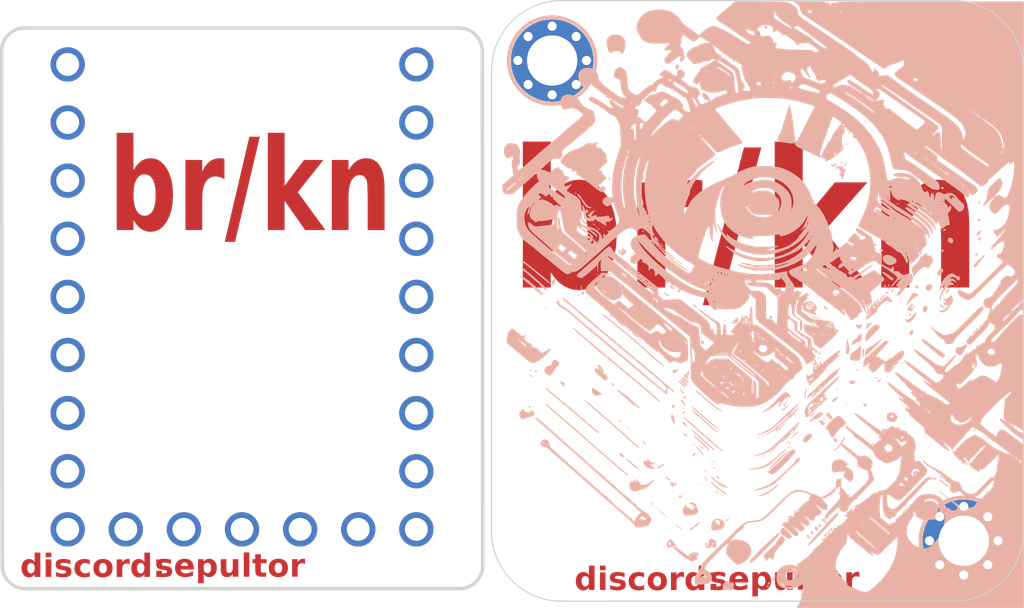
<source format=kicad_pcb>
(kicad_pcb (version 20221018) (generator pcbnew)
  (layers (0 "F.Cu" signal) (31 "B.Cu" signal) (34 "B.Paste" user) (35 "F.Paste" user) (36 "B.SilkS" user "B.Silkscreen") (37 "F.SilkS" user "F.Silkscreen") (38 "B.Mask" user) (39 "F.Mask" user) (44 "Edge.Cuts" user))
  (net 0 "")
  (footprint "miketronic_fplib:MB_rp2040-zero-001_cover" (layer "F.Cu") (at 109.48 75.94)
    (fp_text reference "U1" hide)
    (fp_text value "rpzero_cover" hide)
    (fp_text user "br/kn" (at -5.83 -2.24 unlocked) (layer "F.Cu") (effects (font (size 4 3) (thickness 0.75) bold) (justify left bottom)))
    (fp_text user "discord: " (at -9.7 12.41 unlocked) (layer "F.Cu") (effects (font (thickness 0.25) bold) (justify left bottom)))
    (fp_text user "sepultor" (at -3.82 12.4 unlocked) (layer "F.Cu") (effects (font (thickness 0.25) bold) (justify left bottom)))
    (fp_line (start -10.48 11.75) (end -10.502893 -10.752893) (stroke (width 0.15)) (layer "Edge.Cuts"))
    (fp_line (start -9.48 12.75) (end 9.52 12.75) (stroke (width 0.15)) (layer "Edge.Cuts"))
    (fp_line (start 9.51 -11.75) (end -9.502893 -11.752893) (stroke (width 0.15)) (layer "Edge.Cuts"))
    (fp_line (start 10.500049 -10.75) (end 10.52 11.75) (stroke (width 0.15)) (layer "Edge.Cuts"))
    (fp_arc (start -10.502893 -10.752893) (mid -10.21 -11.46) (end -9.502893 -11.752893) (stroke (width 0.15)) (layer "Edge.Cuts"))
    (fp_arc (start -9.48 12.75) (mid -10.187106 12.457106) (end -10.48 11.75) (stroke (width 0.15)) (layer "Edge.Cuts"))
    (fp_arc (start 9.51 -11.749999) (mid 10.210668 -11.453597) (end 10.500049 -10.75) (stroke (width 0.15)) (layer "Edge.Cuts"))
    (fp_arc (start 10.52 11.75) (mid 10.227107 12.457107) (end 9.52 12.75) (stroke (width 0.15)) (layer "Edge.Cuts"))
    (pad "" thru_hole circle (at -7.62 -10.16) (size 1.5 1.5) (drill 1) (layers "*.Cu" "*.Mask"))
    (pad "" thru_hole circle (at -7.62 -7.62) (size 1.5 1.5) (drill 1) (layers "*.Cu" "*.Mask"))
    (pad "" thru_hole circle (at -7.62 -5.08) (size 1.5 1.5) (drill 1) (layers "*.Cu" "*.Mask"))
    (pad "" thru_hole circle (at -7.62 -2.54) (size 1.5 1.5) (drill 1) (layers "*.Cu" "*.Mask"))
    (pad "" thru_hole circle (at -7.62 0) (size 1.5 1.5) (drill 1) (layers "*.Cu" "*.Mask"))
    (pad "" thru_hole circle (at -7.62 2.54) (size 1.5 1.5) (drill 1) (layers "*.Cu" "*.Mask"))
    (pad "" thru_hole circle (at -7.62 5.08) (size 1.5 1.5) (drill 1) (layers "*.Cu" "*.Mask"))
    (pad "" thru_hole circle (at -7.62 7.62) (size 1.5 1.5) (drill 1) (layers "*.Cu" "*.Mask"))
    (pad "" thru_hole circle (at -7.62 10.16) (size 1.5 1.5) (drill 1) (layers "*.Cu" "*.Mask"))
    (pad "" thru_hole circle (at -5.08 10.16) (size 1.5 1.5) (drill 1) (layers "*.Cu" "*.Mask"))
    (pad "" thru_hole circle (at -2.54 10.16) (size 1.5 1.5) (drill 1) (layers "*.Cu" "*.Mask"))
    (pad "" thru_hole circle (at 0 10.16) (size 1.5 1.5) (drill 1) (layers "*.Cu" "*.Mask"))
    (pad "" thru_hole circle (at 2.54 10.16) (size 1.5 1.5) (drill 1) (layers "*.Cu" "*.Mask"))
    (pad "" thru_hole circle (at 5.08 10.16) (size 1.5 1.5) (drill 1) (layers "*.Cu" "*.Mask"))
    (pad "" thru_hole circle (at 7.62 -10.16) (size 1.5 1.5) (drill 1) (layers "*.Cu" "*.Mask"))
    (pad "" thru_hole circle (at 7.62 -7.62) (size 1.5 1.5) (drill 1) (layers "*.Cu" "*.Mask"))
    (pad "" thru_hole circle (at 7.62 -5.08) (size 1.5 1.5) (drill 1) (layers "*.Cu" "*.Mask"))
    (pad "" thru_hole circle (at 7.62 -2.54) (size 1.5 1.5) (drill 1) (layers "*.Cu" "*.Mask"))
    (pad "" thru_hole circle (at 7.62 0) (size 1.5 1.5) (drill 1) (layers "*.Cu" "*.Mask"))
    (pad "" thru_hole circle (at 7.62 2.54) (size 1.5 1.5) (drill 1) (layers "*.Cu" "*.Mask"))
    (pad "" thru_hole circle (at 7.62 5.08) (size 1.5 1.5) (drill 1) (layers "*.Cu" "*.Mask"))
    (pad "" thru_hole circle (at 7.62 7.62) (size 1.5 1.5) (drill 1) (layers "*.Cu" "*.Mask"))
    (pad "" thru_hole circle (at 7.62 10.16) (size 1.5 1.5) (drill 1) (layers "*.Cu" "*.Mask"))
  )
  (footprint "miketronic_fplib:MB_PMW3360_COVER_01" (layer "F.Cu") (at 132.475 76.05)
    (fp_text reference "Cover" hide)
    (fp_text value "PMW_Cover" hide)
    (fp_text user "br/kn" (at -11.31 0.5 unlocked) (layer "F.Cu") (effects (font (size 6 5) (thickness 0.3) bold) (justify left bottom)))
    (fp_text user "sepultor" (at -2.59 12.86 unlocked) (layer "F.Cu") (effects (font (thickness 0.25) bold) (justify left bottom)))
    (fp_text user "discord: " (at -8.47 12.87 unlocked) (layer "F.Cu") (effects (font (thickness 0.25) bold) (justify left bottom)))
    (fp_line (start -12.09 10.09) (end -12.090263 -10.040004) (stroke (width 0.05)) (layer "Edge.Cuts"))
    (fp_line (start -8.99 -13.06) (end 8.14 -13.06) (stroke (width 0.05)) (layer "Edge.Cuts"))
    (fp_line (start 8.059737 13.19) (end -9.070004 13.190263) (stroke (width 0.05)) (layer "Edge.Cuts"))
    (fp_line (start 11.159996 -9.959737) (end 11.16 10.170004) (stroke (width 0.05)) (layer "Edge.Cuts"))
    (fp_arc (start -12.090263 -10.040004) (mid -11.165631 -12.192126) (end -8.99 -13.06) (stroke (width 0.05)) (layer "Edge.Cuts"))
    (fp_arc (start -9.070004 13.190263) (mid -11.222126 12.265631) (end -12.09 10.09) (stroke (width 0.05)) (layer "Edge.Cuts"))
    (fp_arc (start 8.14 -13.06) (mid 10.292123 -12.135368) (end 11.159996 -9.959737) (stroke (width 0.05)) (layer "Edge.Cuts"))
    (fp_arc (start 11.16 10.170004) (mid 10.235367 12.322124) (end 8.059737 13.19) (stroke (width 0.05)) (layer "Edge.Cuts"))
    (pad "" thru_hole circle (at -10.94 -10.44) (size 0.4 0.4) (drill 0.4) (layers "*.Cu" "*.Mask"))
    (pad "" thru_hole circle (at -10.49 -11.49) (size 0.4 0.4) (drill 0.4) (layers "*.Cu" "*.Mask"))
    (pad "" thru_hole circle (at -10.49 -9.39) (size 0.4 0.4) (drill 0.4) (layers "*.Cu" "*.Mask"))
    (pad "" thru_hole circle (at -9.44 -11.94) (size 0.4 0.4) (drill 0.4) (layers "*.Cu" "*.Mask"))
    (pad "" thru_hole circle (at -9.44 -10.44) (size 3.6 3.6) (drill 2.2) (layers "*.Cu" "*.Mask"))
    (pad "" thru_hole circle (at -9.44 -8.94) (size 0.4 0.4) (drill 0.4) (layers "*.Cu" "*.Mask"))
    (pad "" thru_hole circle (at -8.39 -11.49) (size 0.4 0.4) (drill 0.4) (layers "*.Cu" "*.Mask"))
    (pad "" thru_hole circle (at -8.39 -9.39) (size 0.4 0.4) (drill 0.4) (layers "*.Cu" "*.Mask"))
    (pad "" thru_hole circle (at -7.94 -10.44) (size 0.4 0.4) (drill 0.4) (layers "*.Cu" "*.Mask"))
    (pad "" thru_hole circle (at 7.05 10.55) (size 0.4 0.4) (drill 0.4) (layers "*.Cu" "*.Mask"))
    (pad "" thru_hole circle (at 7.5 9.5) (size 0.4 0.4) (drill 0.4) (layers "*.Cu" "*.Mask"))
    (pad "" thru_hole circle (at 7.5 11.6) (size 0.4 0.4) (drill 0.4) (layers "*.Cu" "*.Mask"))
    (pad "" thru_hole circle (at 8.55 9.05) (size 0.4 0.4) (drill 0.4) (layers "*.Cu" "*.Mask"))
    (pad "" thru_hole circle (at 8.55 10.55) (size 3.6 3.6) (drill 2.2) (layers "*.Cu" "*.Mask"))
    (pad "" thru_hole circle (at 8.55 12.05) (size 0.4 0.4) (drill 0.4) (layers "*.Cu" "*.Mask"))
    (pad "" thru_hole circle (at 9.6 9.5) (size 0.4 0.4) (drill 0.4) (layers "*.Cu" "*.Mask"))
    (pad "" thru_hole circle (at 9.6 11.6) (size 0.4 0.4) (drill 0.4) (layers "*.Cu" "*.Mask"))
    (pad "" thru_hole circle (at 10.05 10.55) (size 0.4 0.4) (drill 0.4) (layers "*.Cu" "*.Mask"))
  )
)
</source>
